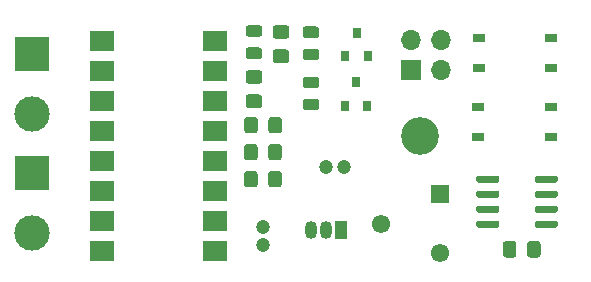
<source format=gbr>
%TF.GenerationSoftware,KiCad,Pcbnew,(5.1.6)-1*%
%TF.CreationDate,2021-01-10T15:05:27+01:00*%
%TF.ProjectId,trainCatcher,74726169-6e43-4617-9463-6865722e6b69,rev?*%
%TF.SameCoordinates,Original*%
%TF.FileFunction,Soldermask,Top*%
%TF.FilePolarity,Negative*%
%FSLAX46Y46*%
G04 Gerber Fmt 4.6, Leading zero omitted, Abs format (unit mm)*
G04 Created by KiCad (PCBNEW (5.1.6)-1) date 2021-01-10 15:05:27*
%MOMM*%
%LPD*%
G01*
G04 APERTURE LIST*
%ADD10O,1.700000X1.700000*%
%ADD11R,1.700000X1.700000*%
%ADD12R,0.800000X0.900000*%
%ADD13C,1.550000*%
%ADD14R,1.550000X1.550000*%
%ADD15R,2.000000X1.780000*%
%ADD16C,3.200000*%
%ADD17R,1.000000X0.800000*%
%ADD18C,1.200000*%
%ADD19R,1.050000X1.500000*%
%ADD20O,1.050000X1.500000*%
%ADD21R,3.000000X3.000000*%
%ADD22C,3.000000*%
G04 APERTURE END LIST*
D10*
%TO.C,J3*%
X146685000Y-151320500D03*
X146685000Y-153860500D03*
X144145000Y-151320500D03*
D11*
X144145000Y-153860500D03*
%TD*%
%TO.C,D5*%
G36*
G01*
X135179750Y-152009500D02*
X136092250Y-152009500D01*
G75*
G02*
X136336000Y-152253250I0J-243750D01*
G01*
X136336000Y-152740750D01*
G75*
G02*
X136092250Y-152984500I-243750J0D01*
G01*
X135179750Y-152984500D01*
G75*
G02*
X134936000Y-152740750I0J243750D01*
G01*
X134936000Y-152253250D01*
G75*
G02*
X135179750Y-152009500I243750J0D01*
G01*
G37*
G36*
G01*
X135179750Y-150134500D02*
X136092250Y-150134500D01*
G75*
G02*
X136336000Y-150378250I0J-243750D01*
G01*
X136336000Y-150865750D01*
G75*
G02*
X136092250Y-151109500I-243750J0D01*
G01*
X135179750Y-151109500D01*
G75*
G02*
X134936000Y-150865750I0J243750D01*
G01*
X134936000Y-150378250D01*
G75*
G02*
X135179750Y-150134500I243750J0D01*
G01*
G37*
%TD*%
%TO.C,D4*%
G36*
G01*
X135179750Y-156264000D02*
X136092250Y-156264000D01*
G75*
G02*
X136336000Y-156507750I0J-243750D01*
G01*
X136336000Y-156995250D01*
G75*
G02*
X136092250Y-157239000I-243750J0D01*
G01*
X135179750Y-157239000D01*
G75*
G02*
X134936000Y-156995250I0J243750D01*
G01*
X134936000Y-156507750D01*
G75*
G02*
X135179750Y-156264000I243750J0D01*
G01*
G37*
G36*
G01*
X135179750Y-154389000D02*
X136092250Y-154389000D01*
G75*
G02*
X136336000Y-154632750I0J-243750D01*
G01*
X136336000Y-155120250D01*
G75*
G02*
X136092250Y-155364000I-243750J0D01*
G01*
X135179750Y-155364000D01*
G75*
G02*
X134936000Y-155120250I0J243750D01*
G01*
X134936000Y-154632750D01*
G75*
G02*
X135179750Y-154389000I243750J0D01*
G01*
G37*
%TD*%
D12*
%TO.C,Q2*%
X139507000Y-150654000D03*
X140457000Y-152654000D03*
X138557000Y-152654000D03*
%TD*%
%TO.C,Q1*%
X139446000Y-154876500D03*
X140396000Y-156876500D03*
X138496000Y-156876500D03*
%TD*%
D13*
%TO.C,RV1*%
X141558000Y-166838000D03*
D14*
X146558000Y-164338000D03*
D13*
X146558000Y-169338000D03*
%TD*%
D15*
%TO.C,U3*%
X117978000Y-151384000D03*
X127508000Y-169164000D03*
X117978000Y-153924000D03*
X127508000Y-166624000D03*
X117978000Y-156464000D03*
X127508000Y-164084000D03*
X117978000Y-159004000D03*
X127508000Y-161544000D03*
X117978000Y-161544000D03*
X127508000Y-159004000D03*
X117978000Y-164084000D03*
X127508000Y-156464000D03*
X117978000Y-166624000D03*
X127508000Y-153924000D03*
X117978000Y-169164000D03*
X127508000Y-151384000D03*
%TD*%
D16*
%TO.C,REF\u002A\u002A*%
X144907000Y-159448500D03*
%TD*%
%TO.C,D3*%
G36*
G01*
X131266250Y-151012500D02*
X130353750Y-151012500D01*
G75*
G02*
X130110000Y-150768750I0J243750D01*
G01*
X130110000Y-150281250D01*
G75*
G02*
X130353750Y-150037500I243750J0D01*
G01*
X131266250Y-150037500D01*
G75*
G02*
X131510000Y-150281250I0J-243750D01*
G01*
X131510000Y-150768750D01*
G75*
G02*
X131266250Y-151012500I-243750J0D01*
G01*
G37*
G36*
G01*
X131266250Y-152887500D02*
X130353750Y-152887500D01*
G75*
G02*
X130110000Y-152643750I0J243750D01*
G01*
X130110000Y-152156250D01*
G75*
G02*
X130353750Y-151912500I243750J0D01*
G01*
X131266250Y-151912500D01*
G75*
G02*
X131510000Y-152156250I0J-243750D01*
G01*
X131510000Y-152643750D01*
G75*
G02*
X131266250Y-152887500I-243750J0D01*
G01*
G37*
%TD*%
%TO.C,U2*%
G36*
G01*
X154597000Y-163218000D02*
X154597000Y-162918000D01*
G75*
G02*
X154747000Y-162768000I150000J0D01*
G01*
X156397000Y-162768000D01*
G75*
G02*
X156547000Y-162918000I0J-150000D01*
G01*
X156547000Y-163218000D01*
G75*
G02*
X156397000Y-163368000I-150000J0D01*
G01*
X154747000Y-163368000D01*
G75*
G02*
X154597000Y-163218000I0J150000D01*
G01*
G37*
G36*
G01*
X154597000Y-164488000D02*
X154597000Y-164188000D01*
G75*
G02*
X154747000Y-164038000I150000J0D01*
G01*
X156397000Y-164038000D01*
G75*
G02*
X156547000Y-164188000I0J-150000D01*
G01*
X156547000Y-164488000D01*
G75*
G02*
X156397000Y-164638000I-150000J0D01*
G01*
X154747000Y-164638000D01*
G75*
G02*
X154597000Y-164488000I0J150000D01*
G01*
G37*
G36*
G01*
X154597000Y-165758000D02*
X154597000Y-165458000D01*
G75*
G02*
X154747000Y-165308000I150000J0D01*
G01*
X156397000Y-165308000D01*
G75*
G02*
X156547000Y-165458000I0J-150000D01*
G01*
X156547000Y-165758000D01*
G75*
G02*
X156397000Y-165908000I-150000J0D01*
G01*
X154747000Y-165908000D01*
G75*
G02*
X154597000Y-165758000I0J150000D01*
G01*
G37*
G36*
G01*
X154597000Y-167028000D02*
X154597000Y-166728000D01*
G75*
G02*
X154747000Y-166578000I150000J0D01*
G01*
X156397000Y-166578000D01*
G75*
G02*
X156547000Y-166728000I0J-150000D01*
G01*
X156547000Y-167028000D01*
G75*
G02*
X156397000Y-167178000I-150000J0D01*
G01*
X154747000Y-167178000D01*
G75*
G02*
X154597000Y-167028000I0J150000D01*
G01*
G37*
G36*
G01*
X149647000Y-167028000D02*
X149647000Y-166728000D01*
G75*
G02*
X149797000Y-166578000I150000J0D01*
G01*
X151447000Y-166578000D01*
G75*
G02*
X151597000Y-166728000I0J-150000D01*
G01*
X151597000Y-167028000D01*
G75*
G02*
X151447000Y-167178000I-150000J0D01*
G01*
X149797000Y-167178000D01*
G75*
G02*
X149647000Y-167028000I0J150000D01*
G01*
G37*
G36*
G01*
X149647000Y-165758000D02*
X149647000Y-165458000D01*
G75*
G02*
X149797000Y-165308000I150000J0D01*
G01*
X151447000Y-165308000D01*
G75*
G02*
X151597000Y-165458000I0J-150000D01*
G01*
X151597000Y-165758000D01*
G75*
G02*
X151447000Y-165908000I-150000J0D01*
G01*
X149797000Y-165908000D01*
G75*
G02*
X149647000Y-165758000I0J150000D01*
G01*
G37*
G36*
G01*
X149647000Y-164488000D02*
X149647000Y-164188000D01*
G75*
G02*
X149797000Y-164038000I150000J0D01*
G01*
X151447000Y-164038000D01*
G75*
G02*
X151597000Y-164188000I0J-150000D01*
G01*
X151597000Y-164488000D01*
G75*
G02*
X151447000Y-164638000I-150000J0D01*
G01*
X149797000Y-164638000D01*
G75*
G02*
X149647000Y-164488000I0J150000D01*
G01*
G37*
G36*
G01*
X149647000Y-163218000D02*
X149647000Y-162918000D01*
G75*
G02*
X149797000Y-162768000I150000J0D01*
G01*
X151447000Y-162768000D01*
G75*
G02*
X151597000Y-162918000I0J-150000D01*
G01*
X151597000Y-163218000D01*
G75*
G02*
X151447000Y-163368000I-150000J0D01*
G01*
X149797000Y-163368000D01*
G75*
G02*
X149647000Y-163218000I0J150000D01*
G01*
G37*
%TD*%
D17*
%TO.C,D2*%
X149833000Y-153670000D03*
X149833000Y-151130000D03*
X155983000Y-151130000D03*
X155983000Y-153670000D03*
%TD*%
D18*
%TO.C,C2*%
X136930000Y-162000000D03*
X138430000Y-162000000D03*
%TD*%
%TO.C,C1*%
X131572000Y-168632000D03*
X131572000Y-167132000D03*
%TD*%
D19*
%TO.C,U1*%
X138176000Y-167386000D03*
D20*
X135636000Y-167386000D03*
X136906000Y-167386000D03*
%TD*%
D17*
%TO.C,D1*%
X149806000Y-159512000D03*
X149806000Y-156972000D03*
X155956000Y-156972000D03*
X155956000Y-159512000D03*
%TD*%
D21*
%TO.C,J1*%
X112000000Y-162560000D03*
D22*
X112000000Y-167640000D03*
%TD*%
%TO.C,J2*%
X112000000Y-157536000D03*
D21*
X112000000Y-152456000D03*
%TD*%
%TO.C,R1*%
G36*
G01*
X151875000Y-169450001D02*
X151875000Y-168549999D01*
G75*
G02*
X152124999Y-168300000I249999J0D01*
G01*
X152775001Y-168300000D01*
G75*
G02*
X153025000Y-168549999I0J-249999D01*
G01*
X153025000Y-169450001D01*
G75*
G02*
X152775001Y-169700000I-249999J0D01*
G01*
X152124999Y-169700000D01*
G75*
G02*
X151875000Y-169450001I0J249999D01*
G01*
G37*
G36*
G01*
X153925000Y-169450001D02*
X153925000Y-168549999D01*
G75*
G02*
X154174999Y-168300000I249999J0D01*
G01*
X154825001Y-168300000D01*
G75*
G02*
X155075000Y-168549999I0J-249999D01*
G01*
X155075000Y-169450001D01*
G75*
G02*
X154825001Y-169700000I-249999J0D01*
G01*
X154174999Y-169700000D01*
G75*
G02*
X153925000Y-169450001I0J249999D01*
G01*
G37*
%TD*%
%TO.C,R2*%
G36*
G01*
X133163000Y-162617999D02*
X133163000Y-163518001D01*
G75*
G02*
X132913001Y-163768000I-249999J0D01*
G01*
X132262999Y-163768000D01*
G75*
G02*
X132013000Y-163518001I0J249999D01*
G01*
X132013000Y-162617999D01*
G75*
G02*
X132262999Y-162368000I249999J0D01*
G01*
X132913001Y-162368000D01*
G75*
G02*
X133163000Y-162617999I0J-249999D01*
G01*
G37*
G36*
G01*
X131113000Y-162617999D02*
X131113000Y-163518001D01*
G75*
G02*
X130863001Y-163768000I-249999J0D01*
G01*
X130212999Y-163768000D01*
G75*
G02*
X129963000Y-163518001I0J249999D01*
G01*
X129963000Y-162617999D01*
G75*
G02*
X130212999Y-162368000I249999J0D01*
G01*
X130863001Y-162368000D01*
G75*
G02*
X131113000Y-162617999I0J-249999D01*
G01*
G37*
%TD*%
%TO.C,R3*%
G36*
G01*
X131113000Y-160331999D02*
X131113000Y-161232001D01*
G75*
G02*
X130863001Y-161482000I-249999J0D01*
G01*
X130212999Y-161482000D01*
G75*
G02*
X129963000Y-161232001I0J249999D01*
G01*
X129963000Y-160331999D01*
G75*
G02*
X130212999Y-160082000I249999J0D01*
G01*
X130863001Y-160082000D01*
G75*
G02*
X131113000Y-160331999I0J-249999D01*
G01*
G37*
G36*
G01*
X133163000Y-160331999D02*
X133163000Y-161232001D01*
G75*
G02*
X132913001Y-161482000I-249999J0D01*
G01*
X132262999Y-161482000D01*
G75*
G02*
X132013000Y-161232001I0J249999D01*
G01*
X132013000Y-160331999D01*
G75*
G02*
X132262999Y-160082000I249999J0D01*
G01*
X132913001Y-160082000D01*
G75*
G02*
X133163000Y-160331999I0J-249999D01*
G01*
G37*
%TD*%
%TO.C,R4*%
G36*
G01*
X133546001Y-151179000D02*
X132645999Y-151179000D01*
G75*
G02*
X132396000Y-150929001I0J249999D01*
G01*
X132396000Y-150278999D01*
G75*
G02*
X132645999Y-150029000I249999J0D01*
G01*
X133546001Y-150029000D01*
G75*
G02*
X133796000Y-150278999I0J-249999D01*
G01*
X133796000Y-150929001D01*
G75*
G02*
X133546001Y-151179000I-249999J0D01*
G01*
G37*
G36*
G01*
X133546001Y-153229000D02*
X132645999Y-153229000D01*
G75*
G02*
X132396000Y-152979001I0J249999D01*
G01*
X132396000Y-152328999D01*
G75*
G02*
X132645999Y-152079000I249999J0D01*
G01*
X133546001Y-152079000D01*
G75*
G02*
X133796000Y-152328999I0J-249999D01*
G01*
X133796000Y-152979001D01*
G75*
G02*
X133546001Y-153229000I-249999J0D01*
G01*
G37*
%TD*%
%TO.C,R5*%
G36*
G01*
X131260001Y-154989000D02*
X130359999Y-154989000D01*
G75*
G02*
X130110000Y-154739001I0J249999D01*
G01*
X130110000Y-154088999D01*
G75*
G02*
X130359999Y-153839000I249999J0D01*
G01*
X131260001Y-153839000D01*
G75*
G02*
X131510000Y-154088999I0J-249999D01*
G01*
X131510000Y-154739001D01*
G75*
G02*
X131260001Y-154989000I-249999J0D01*
G01*
G37*
G36*
G01*
X131260001Y-157039000D02*
X130359999Y-157039000D01*
G75*
G02*
X130110000Y-156789001I0J249999D01*
G01*
X130110000Y-156138999D01*
G75*
G02*
X130359999Y-155889000I249999J0D01*
G01*
X131260001Y-155889000D01*
G75*
G02*
X131510000Y-156138999I0J-249999D01*
G01*
X131510000Y-156789001D01*
G75*
G02*
X131260001Y-157039000I-249999J0D01*
G01*
G37*
%TD*%
%TO.C,R6*%
G36*
G01*
X129981000Y-158946001D02*
X129981000Y-158045999D01*
G75*
G02*
X130230999Y-157796000I249999J0D01*
G01*
X130881001Y-157796000D01*
G75*
G02*
X131131000Y-158045999I0J-249999D01*
G01*
X131131000Y-158946001D01*
G75*
G02*
X130881001Y-159196000I-249999J0D01*
G01*
X130230999Y-159196000D01*
G75*
G02*
X129981000Y-158946001I0J249999D01*
G01*
G37*
G36*
G01*
X132031000Y-158946001D02*
X132031000Y-158045999D01*
G75*
G02*
X132280999Y-157796000I249999J0D01*
G01*
X132931001Y-157796000D01*
G75*
G02*
X133181000Y-158045999I0J-249999D01*
G01*
X133181000Y-158946001D01*
G75*
G02*
X132931001Y-159196000I-249999J0D01*
G01*
X132280999Y-159196000D01*
G75*
G02*
X132031000Y-158946001I0J249999D01*
G01*
G37*
%TD*%
M02*

</source>
